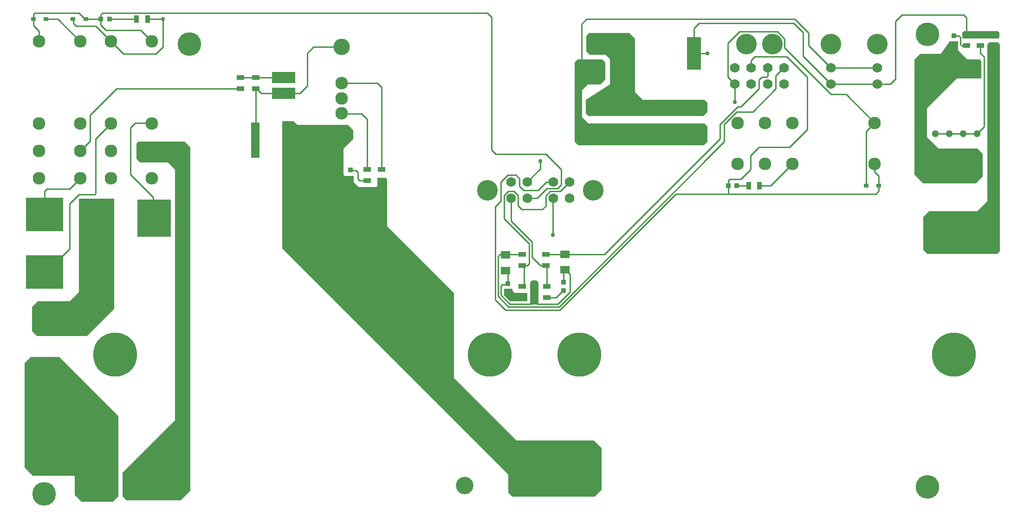
<source format=gtl>
G04*
G04 #@! TF.GenerationSoftware,Altium Limited,Altium Designer,18.1.11 (251)*
G04*
G04 Layer_Physical_Order=1*
G04 Layer_Color=255*
%FSLAX25Y25*%
%MOIN*%
G70*
G01*
G75*
%ADD10C,0.01000*%
%ADD15C,0.03000*%
%ADD16R,0.05906X0.25984*%
%ADD17R,0.05906X0.25197*%
%ADD18R,0.25197X0.05906*%
%ADD19R,0.25984X0.05906*%
%ADD20R,0.05315X0.03543*%
%ADD21R,0.03543X0.05315*%
%ADD22R,0.06890X0.05709*%
%ADD23R,0.03740X0.03543*%
%ADD24R,0.03543X0.03740*%
%ADD25R,0.03543X0.02559*%
%ADD26R,0.26575X0.24016*%
%ADD27R,0.24016X0.26575*%
%ADD28R,0.17126X0.08268*%
%ADD29R,0.10236X0.23622*%
%ADD53C,0.07000*%
%ADD54C,0.14800*%
%ADD55C,0.11811*%
%ADD56C,0.12598*%
%ADD57C,0.09055*%
%ADD58C,0.16929*%
%ADD59C,0.05118*%
%ADD60C,0.31496*%
G36*
X808500Y477500D02*
X808500Y474000D01*
X807500Y473000D01*
X783000D01*
X782009Y473991D01*
X782000Y474034D01*
X782000Y477500D01*
X783000Y478500D01*
X807500D01*
X808500Y477500D01*
D02*
G37*
G36*
X547000Y473000D02*
X547000Y434500D01*
X552500Y429000D01*
X597000Y429000D01*
X599000Y427000D01*
X599000Y420500D01*
X596000Y417500D01*
X513500Y417500D01*
X511500Y419500D01*
X511500Y429000D01*
X529000Y440069D01*
X529000Y458500D01*
X526000Y461500D01*
X514500Y461500D01*
X512000Y464000D01*
X512000Y474937D01*
X514063Y477000D01*
X543000Y477000D01*
X547000Y473000D01*
D02*
G37*
G36*
X525500Y456000D02*
X525500Y443500D01*
X522000Y440000D01*
X513000Y440000D01*
X509000Y436000D01*
X509000Y416500D01*
X513500Y412000D01*
X597000Y412000D01*
X599000Y410000D01*
X599000Y399000D01*
X596500Y396500D01*
X506000Y396500D01*
X503500Y399000D01*
X503500Y456000D01*
X505500Y458000D01*
X523500Y458000D01*
X525500Y456000D01*
D02*
G37*
G36*
X778971Y469000D02*
X779000Y468852D01*
X779000Y464500D01*
X785500Y458000D01*
X794500Y458000D01*
X795500Y457000D01*
X795500Y444500D01*
X778000Y444500D01*
X756500Y423000D01*
X756500Y402500D01*
X765000Y394000D01*
X793000D01*
X796500Y390500D01*
X796500Y374000D01*
X791500Y369000D01*
X754000Y369000D01*
X747500Y375500D01*
X747500Y458000D01*
X751500Y462000D01*
X766500D01*
X769000Y465500D01*
X773000Y471055D01*
X778971D01*
Y469000D01*
D02*
G37*
G36*
X809000Y469000D02*
X809000Y320500D01*
X807000Y318500D01*
X757000D01*
X754000Y321500D01*
X754000Y345169D01*
X757831Y349000D01*
X792500D01*
X800000Y356500D01*
X800000Y469000D01*
X801500Y470500D01*
X807500D01*
X809000Y469000D01*
D02*
G37*
G36*
X459000Y292000D02*
X460500Y290500D01*
X469300D01*
X469800Y290000D01*
Y284500D01*
X457163D01*
X453000Y288663D01*
Y293500D01*
X459000D01*
Y292000D01*
D02*
G37*
G36*
X477500Y298000D02*
X477500Y282029D01*
X471500D01*
X471500Y298000D01*
X473000Y299500D01*
X476000D01*
X477500Y298000D01*
D02*
G37*
G36*
X173140Y357538D02*
X173000Y357398D01*
X173000Y279000D01*
X153500Y259500D01*
X117500Y259500D01*
X114000Y263000D01*
Y280500D01*
X118000Y284500D01*
X141000D01*
X147500Y291000D01*
Y358000D01*
X172949D01*
X173140Y357538D01*
D02*
G37*
G36*
X304500Y411000D02*
X341000D01*
X344500Y407500D01*
X344500Y401000D01*
X337500Y394000D01*
Y375500D01*
X338500Y374500D01*
X345000D01*
Y370000D01*
X348500Y366500D01*
X361000D01*
X362000Y367500D01*
Y373000D01*
X368000D01*
X369000Y372000D01*
Y338500D01*
X417000Y290500D01*
Y229500D01*
X462000Y184500D01*
X517500D01*
X523000Y179000D01*
Y149000D01*
X518000Y144000D01*
X459000D01*
X456000Y147000D01*
Y160000D01*
X293500Y322500D01*
X293500Y413646D01*
X301854D01*
X304500Y411000D01*
D02*
G37*
G36*
X223500Y399000D02*
X227500Y395000D01*
X227500Y148500D01*
X220500Y141500D01*
X182000Y141500D01*
X179000Y144500D01*
Y161500D01*
X216500Y199000D01*
Y379000D01*
X211500Y384000D01*
X191500D01*
X189063Y386437D01*
X189063Y397563D01*
X190500Y399000D01*
X223500Y399000D01*
D02*
G37*
G36*
X176000Y202000D02*
X176000Y144500D01*
X172000Y140500D01*
X149500Y140500D01*
X144500Y145500D01*
X144500Y159000D01*
X114500D01*
X108500Y165000D01*
X108500Y240000D01*
X113000Y244500D01*
X133500D01*
X176000Y202000D01*
D02*
G37*
D10*
X508500Y454500D02*
Y483500D01*
X512000Y487000D01*
X661500D01*
X143500Y484000D02*
Y487000D01*
X494000Y368000D02*
Y378972D01*
X482972Y390000D02*
X494000Y378972D01*
X447102Y390000D02*
X482972D01*
X349437Y371063D02*
X354500D01*
X348000Y372500D02*
X349437Y371063D01*
X348000Y372500D02*
Y377000D01*
X346500Y378500D02*
X348000Y377000D01*
X342551Y378500D02*
X346500D01*
X342500Y378551D02*
X342551Y378500D01*
X336201Y440933D02*
X362000D01*
X365000Y437933D01*
Y378874D02*
Y437933D01*
X336441Y419000D02*
X350500D01*
X336201Y419240D02*
X336441Y419000D01*
X350500D02*
X354500Y415000D01*
Y378937D02*
Y415000D01*
X316000Y466996D02*
X336201D01*
X311500Y462496D02*
X316000Y466996D01*
X311500Y439000D02*
Y462496D01*
X306279Y433779D02*
X311500Y439000D01*
X294500Y433779D02*
X306279D01*
X155500Y417914D02*
X174649Y437063D01*
X263500D01*
X274500Y399500D02*
Y437063D01*
X275386D02*
X278669Y433779D01*
X274500Y437063D02*
X275386D01*
X278669Y433779D02*
X294500D01*
X274500Y444937D02*
X294437D01*
X263500D02*
X274500D01*
X294437D02*
X294500Y445000D01*
X263500Y444937D02*
Y445437D01*
X274279Y399721D02*
X274500Y399500D01*
X274279Y399721D02*
Y400000D01*
X441000Y491500D02*
X444000Y488500D01*
X164500Y491500D02*
X441000D01*
X163449Y490449D02*
X164500Y491500D01*
X444000Y393102D02*
Y488500D01*
Y393102D02*
X447102Y390000D01*
X476500Y282500D02*
X491814D01*
X457000D02*
X472500D01*
X781437Y468063D02*
X785000D01*
X780500Y469000D02*
X781437Y468063D01*
X780500Y469000D02*
Y473886D01*
X779387Y475000D02*
X780500Y473886D01*
X776051Y475000D02*
X779387D01*
X776000Y475051D02*
X776051Y475000D01*
X184500Y409000D02*
X188000Y412500D01*
X184500Y375500D02*
Y409000D01*
Y375500D02*
X201000Y359000D01*
X188000Y412500D02*
X199528D01*
X200028Y412000D01*
X201000Y344669D02*
Y359000D01*
Y344669D02*
X201669Y344000D01*
X486129Y363200D02*
X493200D01*
X483700Y365200D02*
X491200D01*
X494000Y368000D01*
X476700Y358200D02*
X483700Y365200D01*
X483000Y360071D02*
X486129Y363200D01*
X795000Y462500D02*
X797500Y460000D01*
Y409590D02*
Y460000D01*
X792500Y404591D02*
X797500Y409590D01*
X614000Y361500D02*
Y371000D01*
X449874Y317874D02*
X454000D01*
X466000D01*
X630000Y389000D02*
X636000Y395000D01*
X630000Y379102D02*
Y389000D01*
X622898Y372000D02*
X630000Y379102D01*
X615000Y372000D02*
X622898D01*
X491814Y282500D02*
X500445Y291131D01*
X141000Y354500D02*
X147500Y361000D01*
X141000Y322051D02*
Y354500D01*
X124279Y305331D02*
X141000Y322051D01*
X500445Y291131D02*
Y303634D01*
X611000Y398857D02*
Y411449D01*
X492643Y280500D02*
X611000Y398857D01*
X456000Y280500D02*
X492643D01*
X492971Y278000D02*
X576471Y361500D01*
X454000Y278000D02*
X492971D01*
X576471Y361500D02*
X614000D01*
X450500Y356500D02*
Y370000D01*
X446500Y352500D02*
X450500Y356500D01*
X446500Y285500D02*
Y352500D01*
X614000Y361500D02*
X720000D01*
X477180Y364000D02*
X483180Y370000D01*
X467000Y364000D02*
X477180D01*
X464000Y367000D02*
X467000Y364000D01*
X464000Y367000D02*
Y372500D01*
X469800Y370300D02*
X479000Y379500D01*
Y385000D01*
X469800Y370000D02*
Y370300D01*
X493200Y363200D02*
X500000Y370000D01*
X469800Y358200D02*
X476700D01*
X483180Y370000D02*
X488200D01*
X461500Y375000D02*
X464000Y372500D01*
X465500Y350500D02*
X480500D01*
X483000Y353000D01*
Y360071D01*
X488000Y358200D02*
X488200D01*
X488000Y332000D02*
Y358200D01*
X463000Y353000D02*
Y360271D01*
Y353000D02*
X465500Y350500D01*
X460071Y363200D02*
X463000Y360271D01*
X455500Y375000D02*
X461500D01*
X450500Y370000D02*
X455500Y375000D01*
X453000Y343757D02*
Y360271D01*
X455929Y363200D02*
X460071D01*
X453000Y360271D02*
X455929Y363200D01*
X473000Y315905D02*
Y327000D01*
X458000Y342000D02*
X473000Y327000D01*
X458000Y342000D02*
Y358200D01*
X471000Y311500D02*
Y325757D01*
X453000Y343757D02*
X471000Y325757D01*
X469500Y310000D02*
X471000Y311500D01*
X446500Y285500D02*
X454000Y278000D01*
X497090Y306988D02*
X500445Y303634D01*
X483500Y287012D02*
X490465D01*
X720000Y361500D02*
X722028Y363528D01*
Y367500D01*
X620051Y420500D02*
X631500D01*
X611000Y411449D02*
X620051Y420500D01*
X483000Y317937D02*
X524937D01*
X623000Y424000D02*
X636000Y437000D01*
X620500Y424000D02*
X623000D01*
X608000Y411500D02*
X620500Y424000D01*
X608000Y401000D02*
Y411500D01*
X524937Y317937D02*
X608000Y401000D01*
X631500Y420500D02*
X648000Y437000D01*
X495402Y291949D02*
X495500D01*
X490465Y287012D02*
X495402Y291949D01*
X618600Y427500D02*
Y440200D01*
X473000Y315905D02*
X478842Y310063D01*
X467500Y310000D02*
X469500D01*
X466000D02*
X467500D01*
X478842Y310063D02*
X483000D01*
X450500Y289000D02*
X457000Y282500D01*
X450500Y289000D02*
Y295500D01*
X451500Y296500D01*
X454949D01*
X455500Y297051D01*
Y304988D01*
X454000Y306488D02*
X455500Y304988D01*
X495500Y298051D02*
Y305500D01*
X496500Y306500D01*
Y306988D01*
X497090D01*
X448500Y316500D02*
X449874Y317874D01*
X448500Y288000D02*
Y316500D01*
Y288000D02*
X456000Y280500D01*
X483000Y310063D02*
X483500Y309563D01*
Y294886D02*
Y309563D01*
X466000Y294937D02*
X467272Y296209D01*
Y309772D01*
X467500Y310000D01*
X648000Y437000D02*
Y446500D01*
X653500Y452000D01*
X654000D01*
X636000Y437000D02*
Y443500D01*
X638000Y445500D01*
X641500D01*
X642200Y446200D01*
Y452000D01*
X633100Y460100D02*
X655900D01*
X630400Y457400D02*
X633100Y460100D01*
X630400Y452000D02*
Y457400D01*
X655900Y460100D02*
X670500Y445500D01*
X621900Y477900D02*
X649187D01*
X613600Y469600D02*
X621900Y477900D01*
X613600Y445200D02*
Y469600D01*
X654400Y466229D02*
X687629Y433000D01*
X654400Y466229D02*
Y472686D01*
X649187Y477900D02*
X654400Y472686D01*
X614000Y371000D02*
X615000Y372000D01*
X636000Y395000D02*
X657980D01*
X670480Y407500D01*
X670500D01*
Y445500D01*
X687629Y433000D02*
X698500D01*
X589205Y462500D02*
X599000D01*
X613600Y445200D02*
X618600Y440200D01*
X698500Y433000D02*
X719000Y412500D01*
X795000Y462500D02*
Y468063D01*
X782500Y404591D02*
X792500D01*
X772500D02*
X782500D01*
X762500D02*
X772500D01*
X671500Y468000D02*
Y477000D01*
X661500Y487000D02*
X671500Y477000D01*
X667500Y460200D02*
Y477414D01*
X660914Y484000D02*
X667500Y477414D01*
X593000Y484000D02*
X660914D01*
X589205Y480205D02*
X593000Y484000D01*
X589205Y462500D02*
Y480205D01*
X667500Y460200D02*
X687500Y440200D01*
X671500Y468000D02*
X687500Y452000D01*
X167000Y479000D02*
X192083D01*
X163449Y482551D02*
X167000Y479000D01*
X163449Y482551D02*
Y487000D01*
X159555Y482000D02*
X170500Y471055D01*
X145500Y482000D02*
X159555D01*
X143500Y484000D02*
X145500Y482000D01*
X143472Y487000D02*
X143500D01*
X163449D02*
Y490449D01*
X152528Y487000D02*
X163449D01*
X152035D02*
X152528D01*
X192083Y479000D02*
X200028Y471055D01*
X170500D02*
X179555Y462000D01*
X203000D01*
X208000Y467000D01*
Y487000D01*
X196937D02*
X208000D01*
X116000Y491500D02*
X147535D01*
X152035Y487000D01*
X114972Y490472D02*
X116000Y491500D01*
X114972Y487000D02*
Y490472D01*
X169551Y487000D02*
X189063D01*
X189449Y486614D01*
X712972Y367500D02*
Y406472D01*
X719000Y412500D01*
X687500Y440200D02*
X721000D01*
X155500Y399315D02*
Y417914D01*
X148500Y392315D02*
X155500Y399315D01*
X123000Y346669D02*
Y363500D01*
X124500Y365000D01*
X140870D01*
X148500Y372630D01*
X159500Y361586D02*
Y401000D01*
X158914Y361000D02*
X159500Y361586D01*
Y401000D02*
X170500Y412000D01*
X147500Y361000D02*
X158914D01*
X123000Y305331D02*
X124279D01*
X204339Y342000D02*
Y343280D01*
X785000Y475937D02*
Y488000D01*
X783000Y490000D02*
X785000Y488000D01*
X738500Y490000D02*
X783000D01*
X734000Y485500D02*
X738500Y490000D01*
X734000Y444000D02*
Y485500D01*
X730200Y440200D02*
X734000Y444000D01*
X721000Y440200D02*
X730200D01*
X118972Y471055D02*
Y478500D01*
X114972Y482500D02*
X118972Y478500D01*
X114972Y482500D02*
Y487000D01*
X132500D02*
X148445Y471055D01*
X148500D01*
X124028Y487000D02*
X132500D01*
X620000Y367500D02*
X628563D01*
X644472D02*
X659945Y382972D01*
X636437Y367500D02*
X644472D01*
X719000Y377500D02*
Y382972D01*
Y377500D02*
X722028Y374472D01*
Y367500D02*
Y374472D01*
X687500Y452000D02*
X721000D01*
D15*
X479000Y385000D02*
D03*
X488000Y332000D02*
D03*
X111000Y199000D02*
D03*
X599000Y462500D02*
D03*
X618600Y427500D02*
D03*
X208000Y487000D02*
D03*
X474500Y290500D02*
D03*
Y284500D02*
D03*
Y296000D02*
D03*
D16*
X296721Y400000D02*
D03*
D17*
X274279D02*
D03*
D18*
X582000Y401279D02*
D03*
X547500D02*
D03*
D19*
X582000Y423721D02*
D03*
X547500D02*
D03*
D20*
X795000Y475937D02*
D03*
Y468063D02*
D03*
X804500Y475937D02*
D03*
Y468063D02*
D03*
X466000Y317874D02*
D03*
Y310000D02*
D03*
X483000Y317937D02*
D03*
Y310063D02*
D03*
X466000Y294937D02*
D03*
Y287063D02*
D03*
X483500Y294886D02*
D03*
Y287012D02*
D03*
X274500Y444937D02*
D03*
Y437063D02*
D03*
X365000Y378874D02*
D03*
Y371000D02*
D03*
X785000Y475937D02*
D03*
Y468063D02*
D03*
X354500Y378937D02*
D03*
Y371063D02*
D03*
X263500Y444937D02*
D03*
Y437063D02*
D03*
D21*
X636437Y367500D02*
D03*
X628563D02*
D03*
X189063Y487000D02*
D03*
X196937D02*
D03*
D22*
X454000Y317512D02*
D03*
Y306488D02*
D03*
X496500Y318012D02*
D03*
Y306988D02*
D03*
D23*
X455500Y297051D02*
D03*
Y290949D02*
D03*
X495500Y298051D02*
D03*
Y291949D02*
D03*
X342500Y372449D02*
D03*
Y378551D02*
D03*
X776000Y468949D02*
D03*
Y475051D02*
D03*
D24*
X613898Y367500D02*
D03*
X620000D02*
D03*
X169551Y487000D02*
D03*
X163449D02*
D03*
D25*
X124028D02*
D03*
X114972D02*
D03*
X712972Y367500D02*
D03*
X722028D02*
D03*
X143472Y487000D02*
D03*
X152528D02*
D03*
D26*
X123000Y305331D02*
D03*
Y346669D02*
D03*
D27*
X201669Y344000D02*
D03*
X160331D02*
D03*
D28*
X294500Y433779D02*
D03*
Y445000D02*
D03*
D29*
X539795Y462500D02*
D03*
X589205D02*
D03*
D53*
X488200Y358200D02*
D03*
Y370000D02*
D03*
X500000D02*
D03*
Y358200D02*
D03*
X469800Y370000D02*
D03*
Y358200D02*
D03*
X458000D02*
D03*
Y370000D02*
D03*
X630400Y440200D02*
D03*
X618600D02*
D03*
Y452000D02*
D03*
X630400D02*
D03*
X654000D02*
D03*
X642200D02*
D03*
Y440200D02*
D03*
X654000D02*
D03*
X687500D02*
D03*
Y452000D02*
D03*
X721000D02*
D03*
Y440200D02*
D03*
D54*
X517000Y364100D02*
D03*
X441000D02*
D03*
X627000Y469000D02*
D03*
X645500D02*
D03*
X687500D02*
D03*
X721000D02*
D03*
D55*
X185500Y152000D02*
D03*
X169500D02*
D03*
X504000Y152500D02*
D03*
Y168500D02*
D03*
X336201Y404004D02*
D03*
Y466996D02*
D03*
X518799Y446327D02*
D03*
Y467980D02*
D03*
Y424673D02*
D03*
Y403020D02*
D03*
D56*
X424500Y152000D02*
D03*
X464657D02*
D03*
X123000Y226842D02*
D03*
Y267000D02*
D03*
D57*
X336201Y430067D02*
D03*
Y440933D02*
D03*
Y419240D02*
D03*
X620575Y412500D02*
D03*
X640260D02*
D03*
X719000D02*
D03*
X659945D02*
D03*
X620575Y382972D02*
D03*
X640260D02*
D03*
X659945D02*
D03*
X719000D02*
D03*
X118972Y372630D02*
D03*
Y392315D02*
D03*
Y471055D02*
D03*
Y412000D02*
D03*
X148500Y372630D02*
D03*
Y392315D02*
D03*
Y412000D02*
D03*
Y471055D02*
D03*
X170500Y372630D02*
D03*
Y392315D02*
D03*
Y471055D02*
D03*
Y412000D02*
D03*
X200028Y372630D02*
D03*
Y392315D02*
D03*
Y412000D02*
D03*
Y471055D02*
D03*
D58*
X122500Y146000D02*
D03*
X757000Y151000D02*
D03*
X227000Y469000D02*
D03*
X757000Y476000D02*
D03*
D59*
X792500Y404591D02*
D03*
Y454000D02*
D03*
X782500Y404591D02*
D03*
X772500D02*
D03*
X762500D02*
D03*
X782500Y454000D02*
D03*
X772500D02*
D03*
X762500D02*
D03*
X792500Y331090D02*
D03*
Y380500D02*
D03*
X782500Y331090D02*
D03*
X772500D02*
D03*
X762500D02*
D03*
X782500Y380500D02*
D03*
X772500D02*
D03*
X762500D02*
D03*
D60*
X442500Y246000D02*
D03*
X173602D02*
D03*
X775898D02*
D03*
X507000D02*
D03*
M02*

</source>
